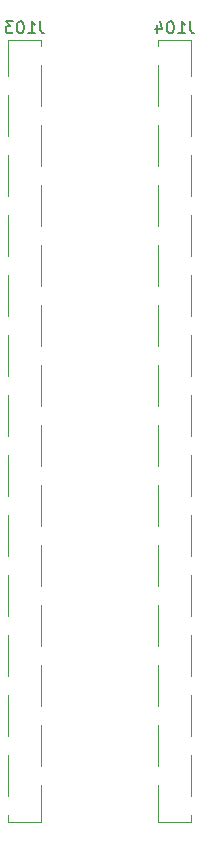
<source format=gbo>
G04 #@! TF.GenerationSoftware,KiCad,Pcbnew,9.0.6*
G04 #@! TF.CreationDate,2026-01-07T12:02:34-06:00*
G04 #@! TF.ProjectId,QFN-48_6x6_P0.4,51464e2d-3438-45f3-9678-365f50302e34,rev?*
G04 #@! TF.SameCoordinates,Original*
G04 #@! TF.FileFunction,Legend,Bot*
G04 #@! TF.FilePolarity,Positive*
%FSLAX46Y46*%
G04 Gerber Fmt 4.6, Leading zero omitted, Abs format (unit mm)*
G04 Created by KiCad (PCBNEW 9.0.6) date 2026-01-07 12:02:34*
%MOMM*%
%LPD*%
G01*
G04 APERTURE LIST*
%ADD10C,0.150000*%
%ADD11C,0.120000*%
%ADD12C,1.700000*%
%ADD13R,1.700000X1.700000*%
%ADD14R,2.510000X1.000000*%
G04 APERTURE END LIST*
D10*
X133365714Y-85974819D02*
X133365714Y-86689104D01*
X133365714Y-86689104D02*
X133413333Y-86831961D01*
X133413333Y-86831961D02*
X133508571Y-86927200D01*
X133508571Y-86927200D02*
X133651428Y-86974819D01*
X133651428Y-86974819D02*
X133746666Y-86974819D01*
X132365714Y-86974819D02*
X132937142Y-86974819D01*
X132651428Y-86974819D02*
X132651428Y-85974819D01*
X132651428Y-85974819D02*
X132746666Y-86117676D01*
X132746666Y-86117676D02*
X132841904Y-86212914D01*
X132841904Y-86212914D02*
X132937142Y-86260533D01*
X131746666Y-85974819D02*
X131651428Y-85974819D01*
X131651428Y-85974819D02*
X131556190Y-86022438D01*
X131556190Y-86022438D02*
X131508571Y-86070057D01*
X131508571Y-86070057D02*
X131460952Y-86165295D01*
X131460952Y-86165295D02*
X131413333Y-86355771D01*
X131413333Y-86355771D02*
X131413333Y-86593866D01*
X131413333Y-86593866D02*
X131460952Y-86784342D01*
X131460952Y-86784342D02*
X131508571Y-86879580D01*
X131508571Y-86879580D02*
X131556190Y-86927200D01*
X131556190Y-86927200D02*
X131651428Y-86974819D01*
X131651428Y-86974819D02*
X131746666Y-86974819D01*
X131746666Y-86974819D02*
X131841904Y-86927200D01*
X131841904Y-86927200D02*
X131889523Y-86879580D01*
X131889523Y-86879580D02*
X131937142Y-86784342D01*
X131937142Y-86784342D02*
X131984761Y-86593866D01*
X131984761Y-86593866D02*
X131984761Y-86355771D01*
X131984761Y-86355771D02*
X131937142Y-86165295D01*
X131937142Y-86165295D02*
X131889523Y-86070057D01*
X131889523Y-86070057D02*
X131841904Y-86022438D01*
X131841904Y-86022438D02*
X131746666Y-85974819D01*
X131079999Y-85974819D02*
X130460952Y-85974819D01*
X130460952Y-85974819D02*
X130794285Y-86355771D01*
X130794285Y-86355771D02*
X130651428Y-86355771D01*
X130651428Y-86355771D02*
X130556190Y-86403390D01*
X130556190Y-86403390D02*
X130508571Y-86451009D01*
X130508571Y-86451009D02*
X130460952Y-86546247D01*
X130460952Y-86546247D02*
X130460952Y-86784342D01*
X130460952Y-86784342D02*
X130508571Y-86879580D01*
X130508571Y-86879580D02*
X130556190Y-86927200D01*
X130556190Y-86927200D02*
X130651428Y-86974819D01*
X130651428Y-86974819D02*
X130937142Y-86974819D01*
X130937142Y-86974819D02*
X131032380Y-86927200D01*
X131032380Y-86927200D02*
X131079999Y-86879580D01*
X146065714Y-85974819D02*
X146065714Y-86689104D01*
X146065714Y-86689104D02*
X146113333Y-86831961D01*
X146113333Y-86831961D02*
X146208571Y-86927200D01*
X146208571Y-86927200D02*
X146351428Y-86974819D01*
X146351428Y-86974819D02*
X146446666Y-86974819D01*
X145065714Y-86974819D02*
X145637142Y-86974819D01*
X145351428Y-86974819D02*
X145351428Y-85974819D01*
X145351428Y-85974819D02*
X145446666Y-86117676D01*
X145446666Y-86117676D02*
X145541904Y-86212914D01*
X145541904Y-86212914D02*
X145637142Y-86260533D01*
X144446666Y-85974819D02*
X144351428Y-85974819D01*
X144351428Y-85974819D02*
X144256190Y-86022438D01*
X144256190Y-86022438D02*
X144208571Y-86070057D01*
X144208571Y-86070057D02*
X144160952Y-86165295D01*
X144160952Y-86165295D02*
X144113333Y-86355771D01*
X144113333Y-86355771D02*
X144113333Y-86593866D01*
X144113333Y-86593866D02*
X144160952Y-86784342D01*
X144160952Y-86784342D02*
X144208571Y-86879580D01*
X144208571Y-86879580D02*
X144256190Y-86927200D01*
X144256190Y-86927200D02*
X144351428Y-86974819D01*
X144351428Y-86974819D02*
X144446666Y-86974819D01*
X144446666Y-86974819D02*
X144541904Y-86927200D01*
X144541904Y-86927200D02*
X144589523Y-86879580D01*
X144589523Y-86879580D02*
X144637142Y-86784342D01*
X144637142Y-86784342D02*
X144684761Y-86593866D01*
X144684761Y-86593866D02*
X144684761Y-86355771D01*
X144684761Y-86355771D02*
X144637142Y-86165295D01*
X144637142Y-86165295D02*
X144589523Y-86070057D01*
X144589523Y-86070057D02*
X144541904Y-86022438D01*
X144541904Y-86022438D02*
X144446666Y-85974819D01*
X143256190Y-86308152D02*
X143256190Y-86974819D01*
X143494285Y-85927200D02*
X143732380Y-86641485D01*
X143732380Y-86641485D02*
X143113333Y-86641485D01*
D11*
X130700000Y-87520000D02*
X130700000Y-90630000D01*
X130700000Y-92250000D02*
X130700000Y-95710000D01*
X130700000Y-97330000D02*
X130700000Y-100790000D01*
X130700000Y-102410000D02*
X130700000Y-105870000D01*
X130700000Y-107490000D02*
X130700000Y-110950000D01*
X130700000Y-112570000D02*
X130700000Y-116030000D01*
X130700000Y-117650000D02*
X130700000Y-121110000D01*
X130700000Y-122730000D02*
X130700000Y-126190000D01*
X130700000Y-127810000D02*
X130700000Y-131270000D01*
X130700000Y-132890000D02*
X130700000Y-136350000D01*
X130700000Y-137970000D02*
X130700000Y-141430000D01*
X130700000Y-143050000D02*
X130700000Y-146510000D01*
X130700000Y-148130000D02*
X130700000Y-151590000D01*
X130700000Y-153210000D02*
X130700000Y-153780000D01*
X133460000Y-87520000D02*
X130700000Y-87520000D01*
X133460000Y-87520000D02*
X133460000Y-88090000D01*
X133460000Y-89710000D02*
X133460000Y-93170000D01*
X133460000Y-94790000D02*
X133460000Y-98250000D01*
X133460000Y-99870000D02*
X133460000Y-103330000D01*
X133460000Y-104950000D02*
X133460000Y-108410000D01*
X133460000Y-110030000D02*
X133460000Y-113490000D01*
X133460000Y-115110000D02*
X133460000Y-118570000D01*
X133460000Y-120190000D02*
X133460000Y-123650000D01*
X133460000Y-125270000D02*
X133460000Y-128730000D01*
X133460000Y-130350000D02*
X133460000Y-133810000D01*
X133460000Y-135430000D02*
X133460000Y-138890000D01*
X133460000Y-140510000D02*
X133460000Y-143970000D01*
X133460000Y-145590000D02*
X133460000Y-149050000D01*
X133460000Y-150670000D02*
X133460000Y-153780000D01*
X133460000Y-153780000D02*
X130700000Y-153780000D01*
X143400000Y-87520000D02*
X143400000Y-88090000D01*
X143400000Y-89710000D02*
X143400000Y-93170000D01*
X143400000Y-94790000D02*
X143400000Y-98250000D01*
X143400000Y-99870000D02*
X143400000Y-103330000D01*
X143400000Y-104950000D02*
X143400000Y-108410000D01*
X143400000Y-110030000D02*
X143400000Y-113490000D01*
X143400000Y-115110000D02*
X143400000Y-118570000D01*
X143400000Y-120190000D02*
X143400000Y-123650000D01*
X143400000Y-125270000D02*
X143400000Y-128730000D01*
X143400000Y-130350000D02*
X143400000Y-133810000D01*
X143400000Y-135430000D02*
X143400000Y-138890000D01*
X143400000Y-140510000D02*
X143400000Y-143970000D01*
X143400000Y-145590000D02*
X143400000Y-149050000D01*
X143400000Y-150670000D02*
X143400000Y-153780000D01*
X146160000Y-87520000D02*
X143400000Y-87520000D01*
X146160000Y-87520000D02*
X146160000Y-90630000D01*
X146160000Y-88090000D02*
X146160000Y-90630000D01*
X146160000Y-92250000D02*
X146160000Y-95710000D01*
X146160000Y-97330000D02*
X146160000Y-100790000D01*
X146160000Y-102410000D02*
X146160000Y-105870000D01*
X146160000Y-107490000D02*
X146160000Y-110950000D01*
X146160000Y-112570000D02*
X146160000Y-116030000D01*
X146160000Y-117650000D02*
X146160000Y-121110000D01*
X146160000Y-122730000D02*
X146160000Y-126190000D01*
X146160000Y-127810000D02*
X146160000Y-131270000D01*
X146160000Y-132890000D02*
X146160000Y-136350000D01*
X146160000Y-137970000D02*
X146160000Y-141430000D01*
X146160000Y-143050000D02*
X146160000Y-146510000D01*
X146160000Y-148130000D02*
X146160000Y-151590000D01*
X146160000Y-153210000D02*
X146160000Y-153780000D01*
X146160000Y-153780000D02*
X143400000Y-153780000D01*
%LPC*%
D12*
X127000000Y-88900000D03*
D13*
X127000000Y-91440000D03*
D12*
X127000000Y-93980000D03*
X127000000Y-96520000D03*
X127000000Y-99060000D03*
X127000000Y-101600000D03*
X127000000Y-104140000D03*
X127000000Y-106680000D03*
X127000000Y-109220000D03*
X127000000Y-111760000D03*
X127000000Y-114300000D03*
X127000000Y-116840000D03*
X127000000Y-119380000D03*
X127000000Y-121920000D03*
X127000000Y-124460000D03*
X127000000Y-127000000D03*
X127000000Y-129540000D03*
X127000000Y-132080000D03*
X127000000Y-134620000D03*
X127000000Y-137160000D03*
X127000000Y-139700000D03*
X127000000Y-142240000D03*
X127000000Y-144780000D03*
X127000000Y-147320000D03*
X127000000Y-149860000D03*
X127000000Y-152400000D03*
X149860000Y-88900000D03*
X149860000Y-91440000D03*
X149860000Y-93980000D03*
X149860000Y-96520000D03*
X149860000Y-99060000D03*
X149860000Y-101600000D03*
X149860000Y-104140000D03*
X149860000Y-106680000D03*
X149860000Y-109220000D03*
X149860000Y-111760000D03*
X149860000Y-114300000D03*
X149860000Y-116840000D03*
X149860000Y-119380000D03*
X149860000Y-121920000D03*
X149860000Y-124460000D03*
X149860000Y-127000000D03*
X149860000Y-129540000D03*
X149860000Y-132080000D03*
X149860000Y-134620000D03*
X149860000Y-137160000D03*
X149860000Y-139700000D03*
X149860000Y-142240000D03*
X149860000Y-144780000D03*
X149860000Y-147320000D03*
X149860000Y-149860000D03*
X149860000Y-152400000D03*
D14*
X133735000Y-88900000D03*
X130425000Y-91440000D03*
X133735000Y-93980000D03*
X130425000Y-96520000D03*
X133735000Y-99060000D03*
X130425000Y-101600000D03*
X133735000Y-104140000D03*
X130425000Y-106680000D03*
X133735000Y-109220000D03*
X130425000Y-111760000D03*
X133735000Y-114300000D03*
X130425000Y-116840000D03*
X133735000Y-119380000D03*
X130425000Y-121920000D03*
X133735000Y-124460000D03*
X130425000Y-127000000D03*
X133735000Y-129540000D03*
X130425000Y-132080000D03*
X133735000Y-134620000D03*
X130425000Y-137160000D03*
X133735000Y-139700000D03*
X130425000Y-142240000D03*
X133735000Y-144780000D03*
X130425000Y-147320000D03*
X133735000Y-149860000D03*
X130425000Y-152400000D03*
X143125000Y-88900000D03*
X146435000Y-91440000D03*
X143125000Y-93980000D03*
X146435000Y-96520000D03*
X143125000Y-99060000D03*
X146435000Y-101600000D03*
X143125000Y-104140000D03*
X146435000Y-106680000D03*
X143125000Y-109220000D03*
X146435000Y-111760000D03*
X143125000Y-114300000D03*
X146435000Y-116840000D03*
X143125000Y-119380000D03*
X146435000Y-121920000D03*
X143125000Y-124460000D03*
X146435000Y-127000000D03*
X143125000Y-129540000D03*
X146435000Y-132080000D03*
X143125000Y-134620000D03*
X146435000Y-137160000D03*
X143125000Y-139700000D03*
X146435000Y-142240000D03*
X143125000Y-144780000D03*
X146435000Y-147320000D03*
X143125000Y-149860000D03*
X146435000Y-152400000D03*
%LPD*%
M02*

</source>
